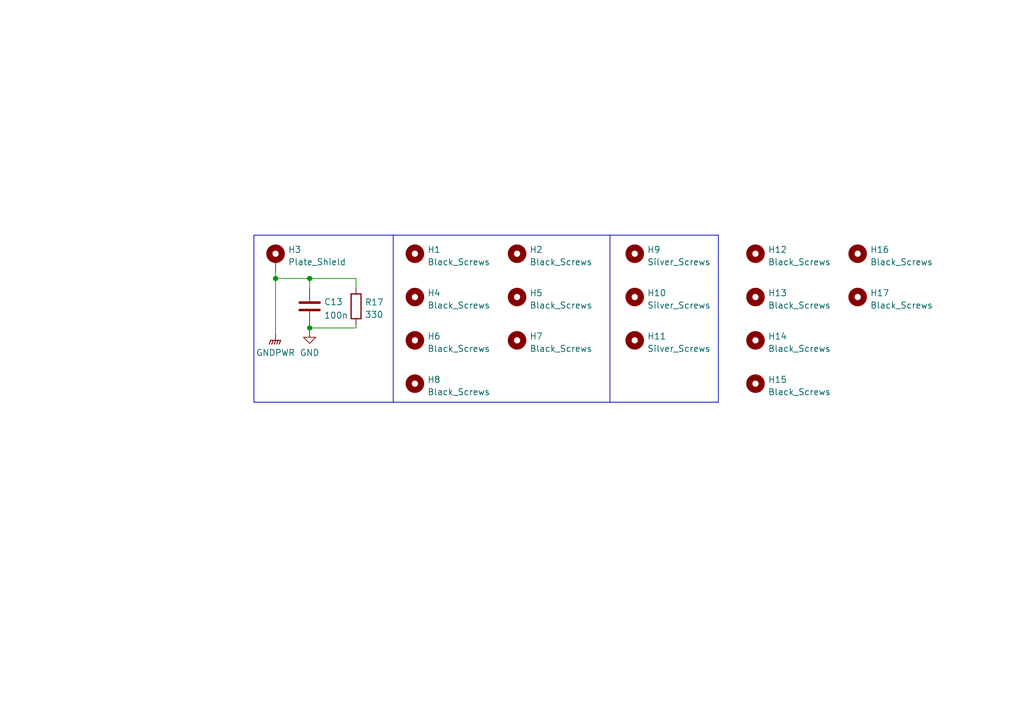
<source format=kicad_sch>
(kicad_sch (version 20231120) (generator "eeschema") (generator_version "8.0")
  (paper "A5")
  (title_block (title "EC23U") (date "2024-03-03") (rev "1.1") (company "LU.SV Solutions") (comment 1 "Cipulot PCB Design") (comment 2 "Cipulot") (comment 3 "CC-BY-NC-SA-4.0"))
  (lib_symbols
    (symbol "Device:C" (pin_numbers hide) (pin_names (offset 0.254))
      (property "Reference" "C" (at 0.635 2.54 0))
      (property "Value" "C" (at 0.635 -2.54 0))
      (symbol "C_0_1"
        (polyline (pts (xy -2.032 -0.762) (xy 2.032 -0.762)) (stroke (width 0.508)))
        (polyline (pts (xy -2.032 0.762) (xy 2.032 0.762)) (stroke (width 0.508)))
      )
      (symbol "C_1_1"
        (pin passive line (at 0 3.81 270) (length 2.794) (name "~") (number "1"))
        (pin passive line (at 0 -3.81 90) (length 2.794) (name "~") (number "2"))
      )
    )
    (symbol "Mechanical:MountingHole" (pin_names (offset 1.016))
      (property "Reference" "H" (at 0 5.08 0))
      (property "Value" "MountingHole" (at 0 3.175 0))
      (symbol "MountingHole_0_1"
        (circle (center 0 0) (radius 1.27) (stroke (width 1.27)))
      )
    )
    (symbol "Mechanical:MountingHole_Pad" (pin_numbers hide) (pin_names (offset 1.016) hide)
      (property "Reference" "H" (at 0 6.35 0))
      (property "Value" "MountingHole_Pad" (at 0 4.445 0))
      (symbol "MountingHole_Pad_0_1"
        (circle (center 0 1.27) (radius 1.27) (stroke (width 1.27)))
      )
      (symbol "MountingHole_Pad_1_1"
        (pin input line (at 0 -2.54 90) (length 2.54) (name "1") (number "1"))
      )
    )
    (symbol "R_3" (pin_numbers hide) (pin_names (offset 0))
      (property "Reference" "R" (at 2.032 0 90))
      (property "Value" "R_3" (at 0 0 90))
      (symbol "R_3_0_1"
        (rectangle (start -1.016 -2.54) (end 1.016 2.54) (stroke (width 0.254)))
      )
      (symbol "R_3_1_1"
        (pin passive line (at 0 3.81 270) (length 1.27) (name "~") (number "1"))
        (pin passive line (at 0 -3.81 90) (length 1.27) (name "~") (number "2"))
      )
    )
    (symbol "power:GND" (power) (pin_names (offset 0))
      (property "Value" "GND" (at 0 -3.81 0))
      (symbol "GND_0_1"
        (polyline (pts (xy 0 0) (xy 0 -1.27) (xy 1.27 -1.27) (xy 0 -2.54) (xy -1.27 -1.27) (xy 0 -1.27)))
      )
      (symbol "GND_1_1"
        (pin power_in line (at 0 0 270) (length 0) hide (name "GND") (number "1"))
      )
    )
    (symbol "power:GNDPWR" (power) (pin_names (offset 0))
      (property "Value" "GNDPWR" (at 0 -3.302 0))
      (symbol "GNDPWR_0_1"
        (polyline (pts (xy 0 -1.27) (xy 0 0)))
        (polyline (pts (xy -1.016 -1.27) (xy -1.27 -2.032) (xy -1.27 -2.032)) (stroke (width 0.2032)))
        (polyline (pts (xy -0.508 -1.27) (xy -0.762 -2.032) (xy -0.762 -2.032)) (stroke (width 0.2032)))
        (polyline (pts (xy 0 -1.27) (xy -0.254 -2.032) (xy -0.254 -2.032)) (stroke (width 0.2032)))
        (polyline (pts (xy 0.508 -1.27) (xy 0.254 -2.032) (xy 0.254 -2.032)) (stroke (width 0.2032)))
        (polyline (pts (xy 1.016 -1.27) (xy -1.016 -1.27) (xy -1.016 -1.27)) (stroke (width 0.2032)))
        (polyline (pts (xy 1.016 -1.27) (xy 0.762 -2.032) (xy 0.762 -2.032) (xy 0.762 -2.032)) (stroke (width 0.2032)))
      )
      (symbol "GNDPWR_1_1"
        (pin power_in line (at 0 0 270) (length 0) hide (name "GNDPWR") (number "1"))
      )
    )
  )
  (junction (at 63.5 67.31))
  (junction (at 56.515 57.15))
  (junction (at 63.5 57.15))
  (polyline (pts (xy 147.32 82.55) (xy 147.32 48.26)))
  (wire (pts (xy 63.5 57.15) (xy 56.515 57.15)))
  (wire (pts (xy 73.025 66.675) (xy 73.025 67.31)))
  (polyline (pts (xy 52.07 48.26) (xy 52.07 82.55)))
  (wire (pts (xy 73.025 57.15) (xy 63.5 57.15)))
  (polyline (pts (xy 52.07 48.26) (xy 147.32 48.26)))
  (polyline (pts (xy 125.095 48.26) (xy 125.095 82.55)))
  (wire (pts (xy 56.515 57.15) (xy 56.515 68.58)))
  (wire (pts (xy 56.515 55.88) (xy 56.515 57.15)))
  (wire (pts (xy 63.5 66.675) (xy 63.5 67.31)))
  (polyline (pts (xy 80.645 48.26) (xy 80.645 82.55)))
  (wire (pts (xy 73.025 59.055) (xy 73.025 57.15)))
  (wire (pts (xy 63.5 67.31) (xy 73.025 67.31)))
  (polyline (pts (xy 52.07 82.55) (xy 147.32 82.55)))
  (wire (pts (xy 63.5 57.15) (xy 63.5 59.055)))
  (wire (pts (xy 63.5 67.31) (xy 63.5 67.945)))
  (symbol (lib_id "Mechanical:MountingHole") (at 85.09 69.85 0) (unit 1)
    (property "Reference" "H6" (at 87.63 69.0153 0) (effects (justify left)))
    (property "Value" "Black_Screws" (at 87.63 71.5522 0) (effects (justify left)))
    (property "Footprint" "cipulot_parts:HOLE_M2_RF" (effects (hide yes)))
  )
  (symbol (lib_id "Mechanical:MountingHole") (at 85.09 78.74 0) (unit 1)
    (property "Reference" "H8" (at 87.63 77.9053 0) (effects (justify left)))
    (property "Value" "Black_Screws" (at 87.63 80.4422 0) (effects (justify left)))
    (property "Footprint" "cipulot_parts:HOLE_M2_RF" (effects (hide yes)))
  )
  (symbol (lib_id "Mechanical:MountingHole") (at 106.045 69.85 0) (unit 1)
    (property "Reference" "H7" (at 108.585 69.0153 0) (effects (justify left)))
    (property "Value" "Black_Screws" (at 108.585 71.5522 0) (effects (justify left)))
    (property "Footprint" "cipulot_parts:HOLE_M2_RF" (effects (hide yes)))
  )
  (symbol (lib_name "R_3") (lib_id "Device:R") (at 73.025 62.865 0) (unit 1)
    (property "Reference" "R17" (at 74.803 62.0303 0) (effects (justify left)))
    (property "Value" "330" (at 74.803 64.5672 0) (effects (justify left)))
    (property "Footprint" "Capacitor_SMD:C_0402_1005Metric" (effects (hide yes)))
    (property "LCSC" "C25104" (effects (hide yes)))
  )
  (symbol (lib_id "Mechanical:MountingHole") (at 106.045 60.96 0) (unit 1)
    (property "Reference" "H5" (at 108.585 60.1253 0) (effects (justify left)))
    (property "Value" "Black_Screws" (at 108.585 62.6622 0) (effects (justify left)))
    (property "Footprint" "cipulot_parts:HOLE_M2_RF" (effects (hide yes)))
  )
  (symbol (lib_id "Mechanical:MountingHole") (at 154.94 78.74 0) (unit 1)
    (property "Reference" "H15" (at 157.48 77.9053 0) (effects (justify left)))
    (property "Value" "Black_Screws" (at 157.48 80.4422 0) (effects (justify left)))
    (property "Footprint" "cipulot_parts:HOLE_M2_RF" (effects (hide yes)))
  )
  (symbol (lib_id "Mechanical:MountingHole") (at 175.895 52.07 0) (unit 1)
    (property "Reference" "H16" (at 178.435 51.2353 0) (effects (justify left)))
    (property "Value" "Black_Screws" (at 178.435 53.7722 0) (effects (justify left)))
    (property "Footprint" "cipulot_parts:HOLE_M2_RF" (effects (hide yes)))
  )
  (symbol (lib_id "Mechanical:MountingHole_Pad") (at 56.515 53.34 0) (unit 1)
    (property "Reference" "H3" (at 59.055 51.2353 0) (effects (justify left)))
    (property "Value" "Plate_Shield" (at 59.055 53.7722 0) (effects (justify left)))
    (property "Footprint" "MountingHole:MountingHole_2.2mm_M2_Pad" (effects (hide yes)))
  )
  (symbol (lib_id "Mechanical:MountingHole") (at 106.045 52.07 0) (unit 1)
    (property "Reference" "H2" (at 108.585 51.2353 0) (effects (justify left)))
    (property "Value" "Black_Screws" (at 108.585 53.7722 0) (effects (justify left)))
    (property "Footprint" "cipulot_parts:HOLE_M2_RF" (effects (hide yes)))
  )
  (symbol (lib_id "power:GND") (at 63.5 67.945 0) (unit 1)
    (property "Reference" "#PWR046" (effects (hide yes)))
    (property "Value" "GND" (at 63.5 72.39 0))
  )
  (symbol (lib_id "Mechanical:MountingHole") (at 154.94 52.07 0) (unit 1)
    (property "Reference" "H12" (at 157.48 51.2353 0) (effects (justify left)))
    (property "Value" "Black_Screws" (at 157.48 53.7722 0) (effects (justify left)))
    (property "Footprint" "cipulot_parts:HOLE_M2_RF" (effects (hide yes)))
  )
  (symbol (lib_id "Mechanical:MountingHole") (at 154.94 60.96 0) (unit 1)
    (property "Reference" "H13" (at 157.48 60.1253 0) (effects (justify left)))
    (property "Value" "Black_Screws" (at 157.48 62.6622 0) (effects (justify left)))
    (property "Footprint" "cipulot_parts:HOLE_M2_RF" (effects (hide yes)))
  )
  (symbol (lib_id "Mechanical:MountingHole") (at 130.175 69.85 0) (unit 1)
    (property "Reference" "H11" (at 132.715 69.0153 0) (effects (justify left)))
    (property "Value" "Silver_Screws" (at 132.715 71.5522 0) (effects (justify left)))
    (property "Footprint" "cipulot_parts:HOLE_M2_RF" (effects (hide yes)))
  )
  (symbol (lib_id "Device:C") (at 63.5 62.865 0) (unit 1)
    (property "Reference" "C13" (at 66.421 61.9565 0) (effects (justify left)))
    (property "Value" "100n" (at 66.421 64.7316 0) (effects (justify left)))
    (property "Footprint" "Capacitor_SMD:C_0402_1005Metric" (effects (hide yes)))
    (property "LCSC" "C307331" (effects (hide yes)))
  )
  (symbol (lib_id "Mechanical:MountingHole") (at 130.175 60.96 0) (unit 1)
    (property "Reference" "H10" (at 132.715 60.1253 0) (effects (justify left)))
    (property "Value" "Silver_Screws" (at 132.715 62.6622 0) (effects (justify left)))
    (property "Footprint" "cipulot_parts:HOLE_M2_RF" (effects (hide yes)))
  )
  (symbol (lib_id "Mechanical:MountingHole") (at 85.09 60.96 0) (unit 1)
    (property "Reference" "H4" (at 87.63 60.1253 0) (effects (justify left)))
    (property "Value" "Black_Screws" (at 87.63 62.6622 0) (effects (justify left)))
    (property "Footprint" "cipulot_parts:HOLE_M2_RF" (effects (hide yes)))
  )
  (symbol (lib_id "Mechanical:MountingHole") (at 175.895 60.96 0) (unit 1)
    (property "Reference" "H17" (at 178.435 60.1253 0) (effects (justify left)))
    (property "Value" "Black_Screws" (at 178.435 62.6622 0) (effects (justify left)))
    (property "Footprint" "cipulot_parts:HOLE_M2_RF" (effects (hide yes)))
  )
  (symbol (lib_id "Mechanical:MountingHole") (at 130.175 52.07 0) (unit 1)
    (property "Reference" "H9" (at 132.715 51.2353 0) (effects (justify left)))
    (property "Value" "Silver_Screws" (at 132.715 53.7722 0) (effects (justify left)))
    (property "Footprint" "cipulot_parts:HOLE_M2_RF" (effects (hide yes)))
  )
  (symbol (lib_id "power:GNDPWR") (at 56.515 68.58 0) (unit 1)
    (property "Reference" "#PWR047" (effects (hide yes)))
    (property "Value" "GNDPWR" (at 56.515 72.39 0))
  )
  (symbol (lib_id "Mechanical:MountingHole") (at 154.94 69.85 0) (unit 1)
    (property "Reference" "H14" (at 157.48 69.0153 0) (effects (justify left)))
    (property "Value" "Black_Screws" (at 157.48 71.5522 0) (effects (justify left)))
    (property "Footprint" "cipulot_parts:HOLE_M2_RF" (effects (hide yes)))
  )
  (symbol (lib_id "Mechanical:MountingHole") (at 85.09 52.07 0) (unit 1)
    (property "Reference" "H1" (at 87.63 51.2353 0) (effects (justify left)))
    (property "Value" "Black_Screws" (at 87.63 53.7722 0) (effects (justify left)))
    (property "Footprint" "cipulot_parts:HOLE_M2_RF" (effects (hide yes)))
  )
)
</source>
